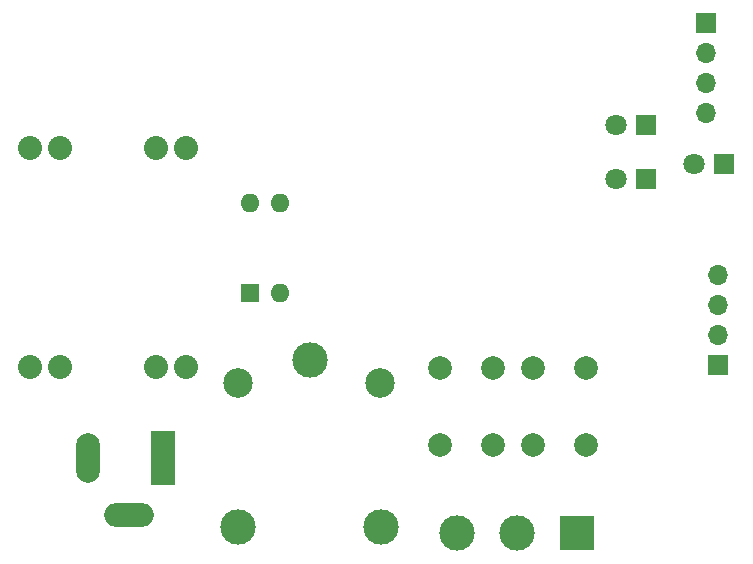
<source format=gbr>
%TF.GenerationSoftware,KiCad,Pcbnew,(7.0.0)*%
%TF.CreationDate,2023-04-20T20:46:09+02:00*%
%TF.ProjectId,pcb_morse,7063625f-6d6f-4727-9365-2e6b69636164,rev?*%
%TF.SameCoordinates,Original*%
%TF.FileFunction,Soldermask,Bot*%
%TF.FilePolarity,Negative*%
%FSLAX46Y46*%
G04 Gerber Fmt 4.6, Leading zero omitted, Abs format (unit mm)*
G04 Created by KiCad (PCBNEW (7.0.0)) date 2023-04-20 20:46:09*
%MOMM*%
%LPD*%
G01*
G04 APERTURE LIST*
%ADD10R,1.600000X1.600000*%
%ADD11O,1.600000X1.600000*%
%ADD12C,2.032000*%
%ADD13R,1.800000X1.800000*%
%ADD14C,1.800000*%
%ADD15R,3.000000X3.000000*%
%ADD16C,3.000000*%
%ADD17R,1.700000X1.700000*%
%ADD18O,1.700000X1.700000*%
%ADD19C,2.500000*%
%ADD20C,2.000000*%
%ADD21R,2.000000X4.600000*%
%ADD22O,2.000000X4.200000*%
%ADD23O,4.200000X2.000000*%
G04 APERTURE END LIST*
D10*
%TO.C,U1*%
X50286999Y-63997999D03*
D11*
X52826999Y-63997999D03*
X52826999Y-56377999D03*
X50286999Y-56377999D03*
%TD*%
D12*
%TO.C,UMP1584*%
X31623000Y-70326000D03*
X34163000Y-70326000D03*
X42291000Y-70326000D03*
X44831000Y-70326000D03*
X44831000Y-51784000D03*
X42291000Y-51784000D03*
X34163000Y-51784000D03*
X31623000Y-51784000D03*
%TD*%
D13*
%TO.C,LED1*%
X90428999Y-53085999D03*
D14*
X87889000Y-53086000D03*
%TD*%
D15*
%TO.C,Kroonsteen1*%
X77977999Y-84327999D03*
D16*
X72898000Y-84328000D03*
X67818000Y-84328000D03*
%TD*%
D17*
%TO.C,J2*%
X88899999Y-41179999D03*
D18*
X88899999Y-43719999D03*
X88899999Y-46259999D03*
X88899999Y-48799999D03*
%TD*%
D16*
%TO.C,Relais1*%
X55326000Y-69670000D03*
D19*
X49276000Y-71620000D03*
D16*
X49276000Y-83820000D03*
X61326000Y-83870000D03*
D19*
X61276000Y-71620000D03*
%TD*%
D20*
%TO.C,START1*%
X66330000Y-76910000D03*
X66330000Y-70410000D03*
X70830000Y-76910000D03*
X70830000Y-70410000D03*
%TD*%
D17*
%TO.C,ULTRASONIC-SENSOR1*%
X89915999Y-70103999D03*
D18*
X89915999Y-67563999D03*
X89915999Y-65023999D03*
X89915999Y-62483999D03*
%TD*%
D13*
%TO.C,LED2*%
X83819999Y-49783999D03*
D14*
X81280000Y-49784000D03*
%TD*%
D20*
%TO.C,RESET1*%
X74240000Y-76858000D03*
X74240000Y-70358000D03*
X78740000Y-76858000D03*
X78740000Y-70358000D03*
%TD*%
D21*
%TO.C,Barrel_Jack1*%
X42875999Y-77977999D03*
D22*
X36575999Y-77977999D03*
D23*
X39975999Y-82777999D03*
%TD*%
D13*
%TO.C,LED3*%
X83824999Y-54355999D03*
D14*
X81285000Y-54356000D03*
%TD*%
M02*

</source>
